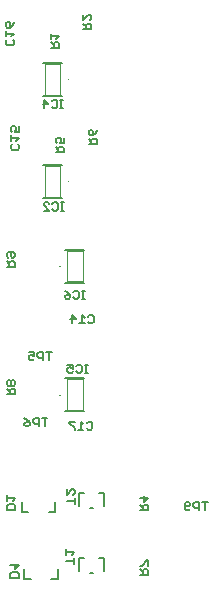
<source format=gbr>
G04 EAGLE Gerber RS-274X export*
G75*
%MOMM*%
%FSLAX34Y34*%
%LPD*%
%INSilkscreen Bottom*%
%IPPOS*%
%AMOC8*
5,1,8,0,0,1.08239X$1,22.5*%
G01*
%ADD10C,0.127000*%
%ADD11C,0.010000*%
%ADD12C,0.075000*%
%ADD13C,0.152400*%


D10*
X105327Y527303D02*
X112191Y527303D01*
X112191Y530735D01*
X111047Y531879D01*
X108759Y531879D01*
X107615Y530735D01*
X107615Y527303D01*
X107615Y529591D02*
X105327Y531879D01*
X109903Y534787D02*
X112191Y537075D01*
X105327Y537075D01*
X105327Y534787D02*
X105327Y539363D01*
D11*
X119650Y414200D02*
X119750Y414200D01*
D10*
X114750Y400000D02*
X98750Y400000D01*
X98750Y428400D02*
X114750Y428400D01*
D12*
X100250Y426900D02*
X100250Y401400D01*
X113350Y401400D01*
X113350Y426900D01*
X100250Y426900D01*
D10*
X113855Y389579D02*
X116143Y389579D01*
X114999Y389579D02*
X114999Y396443D01*
X116143Y396443D02*
X113855Y396443D01*
X107721Y396443D02*
X106577Y395299D01*
X107721Y396443D02*
X110009Y396443D01*
X111153Y395299D01*
X111153Y390723D01*
X110009Y389579D01*
X107721Y389579D01*
X106577Y390723D01*
X103669Y389579D02*
X99093Y389579D01*
X103669Y389579D02*
X99093Y394155D01*
X99093Y395299D01*
X100237Y396443D01*
X102525Y396443D01*
X103669Y395299D01*
D11*
X119650Y500560D02*
X119750Y500560D01*
D10*
X114750Y486360D02*
X98750Y486360D01*
X98750Y514760D02*
X114750Y514760D01*
D12*
X100250Y513260D02*
X100250Y487760D01*
X113350Y487760D01*
X113350Y513260D01*
X100250Y513260D01*
D10*
X113107Y476471D02*
X115395Y476471D01*
X114251Y476471D02*
X114251Y483335D01*
X115395Y483335D02*
X113107Y483335D01*
X106973Y483335D02*
X105829Y482191D01*
X106973Y483335D02*
X109261Y483335D01*
X110405Y482191D01*
X110405Y477615D01*
X109261Y476471D01*
X106973Y476471D01*
X105829Y477615D01*
X99489Y476471D02*
X99489Y483335D01*
X102921Y479903D01*
X98345Y479903D01*
D11*
X112566Y233812D02*
X112666Y233812D01*
D10*
X117566Y248012D02*
X133566Y248012D01*
X133566Y219612D02*
X117566Y219612D01*
D12*
X132066Y221112D02*
X132066Y246612D01*
X118966Y246612D01*
X118966Y221112D01*
X132066Y221112D01*
D10*
X134069Y252307D02*
X136357Y252307D01*
X135213Y252307D02*
X135213Y259171D01*
X136357Y259171D02*
X134069Y259171D01*
X127935Y259171D02*
X126791Y258027D01*
X127935Y259171D02*
X130223Y259171D01*
X131367Y258027D01*
X131367Y253451D01*
X130223Y252307D01*
X127935Y252307D01*
X126791Y253451D01*
X123883Y259171D02*
X119307Y259171D01*
X123883Y259171D02*
X123883Y255739D01*
X121595Y256883D01*
X120451Y256883D01*
X119307Y255739D01*
X119307Y253451D01*
X120451Y252307D01*
X122739Y252307D01*
X123883Y253451D01*
D11*
X112666Y342214D02*
X112566Y342214D01*
D10*
X117566Y356414D02*
X133566Y356414D01*
X133566Y328014D02*
X117566Y328014D01*
D12*
X132066Y329514D02*
X132066Y355014D01*
X118966Y355014D01*
X118966Y329514D01*
X132066Y329514D01*
D10*
X131577Y314955D02*
X133865Y314955D01*
X132721Y314955D02*
X132721Y321819D01*
X133865Y321819D02*
X131577Y321819D01*
X125443Y321819D02*
X124299Y320675D01*
X125443Y321819D02*
X127731Y321819D01*
X128875Y320675D01*
X128875Y316099D01*
X127731Y314955D01*
X125443Y314955D01*
X124299Y316099D01*
X119103Y320675D02*
X116815Y321819D01*
X119103Y320675D02*
X121391Y318387D01*
X121391Y316099D01*
X120247Y314955D01*
X117959Y314955D01*
X116815Y316099D01*
X116815Y317243D01*
X117959Y318387D01*
X121391Y318387D01*
X132371Y543273D02*
X139235Y543273D01*
X139235Y546705D01*
X138091Y547849D01*
X135803Y547849D01*
X134659Y546705D01*
X134659Y543273D01*
X134659Y545561D02*
X132371Y547849D01*
X132371Y550757D02*
X132371Y555333D01*
X132371Y550757D02*
X136947Y555333D01*
X138091Y555333D01*
X139235Y554189D01*
X139235Y551901D01*
X138091Y550757D01*
X116123Y438957D02*
X109259Y438957D01*
X116123Y438957D02*
X116123Y442389D01*
X114979Y443533D01*
X112691Y443533D01*
X111547Y442389D01*
X111547Y438957D01*
X111547Y441245D02*
X109259Y443533D01*
X116123Y446441D02*
X116123Y451017D01*
X116123Y446441D02*
X112691Y446441D01*
X113835Y448729D01*
X113835Y449873D01*
X112691Y451017D01*
X110403Y451017D01*
X109259Y449873D01*
X109259Y447585D01*
X110403Y446441D01*
X137357Y445659D02*
X144221Y445659D01*
X144221Y449091D01*
X143077Y450235D01*
X140789Y450235D01*
X139645Y449091D01*
X139645Y445659D01*
X139645Y447947D02*
X137357Y450235D01*
X143077Y455431D02*
X144221Y457719D01*
X143077Y455431D02*
X140789Y453143D01*
X138501Y453143D01*
X137357Y454287D01*
X137357Y456575D01*
X138501Y457719D01*
X139645Y457719D01*
X140789Y456575D01*
X140789Y453143D01*
X180803Y135705D02*
X187667Y135705D01*
X187667Y139137D01*
X186523Y140281D01*
X184235Y140281D01*
X183091Y139137D01*
X183091Y135705D01*
X183091Y137993D02*
X180803Y140281D01*
X180803Y146621D02*
X187667Y146621D01*
X184235Y143189D01*
X184235Y147765D01*
X180903Y81303D02*
X187767Y81303D01*
X187767Y84735D01*
X186623Y85879D01*
X184335Y85879D01*
X183191Y84735D01*
X183191Y81303D01*
X183191Y83591D02*
X180903Y85879D01*
X187767Y88787D02*
X187767Y93363D01*
X186623Y93363D01*
X182047Y88787D01*
X180903Y88787D01*
D13*
X82508Y85802D02*
X82508Y77674D01*
X88096Y77674D01*
X110956Y77674D02*
X110956Y85802D01*
X110956Y77674D02*
X105368Y77674D01*
D10*
X77907Y78571D02*
X71043Y78571D01*
X71043Y82003D01*
X72187Y83147D01*
X76763Y83147D01*
X77907Y82003D01*
X77907Y78571D01*
X77907Y89487D02*
X71043Y89487D01*
X74475Y86055D02*
X77907Y89487D01*
X74475Y90631D02*
X74475Y86055D01*
D13*
X80476Y134392D02*
X80476Y142520D01*
X80476Y134392D02*
X86064Y134392D01*
X108924Y134392D02*
X108924Y142520D01*
X108924Y134392D02*
X103336Y134392D01*
D10*
X75243Y136335D02*
X68379Y136335D01*
X68379Y139767D01*
X69523Y140911D01*
X74099Y140911D01*
X75243Y139767D01*
X75243Y136335D01*
X72955Y143819D02*
X75243Y146107D01*
X68379Y146107D01*
X68379Y143819D02*
X68379Y148395D01*
X68199Y233913D02*
X75063Y233913D01*
X75063Y237345D01*
X73919Y238489D01*
X71631Y238489D01*
X70487Y237345D01*
X70487Y233913D01*
X70487Y236201D02*
X68199Y238489D01*
X73919Y241397D02*
X75063Y242541D01*
X75063Y244829D01*
X73919Y245973D01*
X72775Y245973D01*
X71631Y244829D01*
X70487Y245973D01*
X69343Y245973D01*
X68199Y244829D01*
X68199Y242541D01*
X69343Y241397D01*
X70487Y241397D01*
X71631Y242541D01*
X72775Y241397D01*
X73919Y241397D01*
X71631Y242541D02*
X71631Y244829D01*
X74639Y342117D02*
X67775Y342117D01*
X74639Y342117D02*
X74639Y345549D01*
X73495Y346693D01*
X71207Y346693D01*
X70063Y345549D01*
X70063Y342117D01*
X70063Y344405D02*
X67775Y346693D01*
X68919Y349601D02*
X67775Y350745D01*
X67775Y353033D01*
X68919Y354177D01*
X73495Y354177D01*
X74639Y353033D01*
X74639Y350745D01*
X73495Y349601D01*
X72351Y349601D01*
X71207Y350745D01*
X71207Y354177D01*
X136807Y299715D02*
X137951Y300859D01*
X140239Y300859D01*
X141383Y299715D01*
X141383Y295139D01*
X140239Y293995D01*
X137951Y293995D01*
X136807Y295139D01*
X133899Y298571D02*
X131611Y300859D01*
X131611Y293995D01*
X133899Y293995D02*
X129323Y293995D01*
X122983Y293995D02*
X122983Y300859D01*
X126415Y297427D01*
X121839Y297427D01*
X78365Y444656D02*
X77221Y445800D01*
X78365Y444656D02*
X78365Y442369D01*
X77221Y441225D01*
X72645Y441225D01*
X71501Y442369D01*
X71501Y444656D01*
X72645Y445800D01*
X76077Y448709D02*
X78365Y450997D01*
X71501Y450997D01*
X71501Y448709D02*
X71501Y453285D01*
X78365Y456193D02*
X78365Y460769D01*
X78365Y456193D02*
X74933Y456193D01*
X76077Y458481D01*
X76077Y459625D01*
X74933Y460769D01*
X72645Y460769D01*
X71501Y459625D01*
X71501Y457337D01*
X72645Y456193D01*
X74007Y533015D02*
X72863Y534159D01*
X74007Y533015D02*
X74007Y530727D01*
X72863Y529583D01*
X68287Y529583D01*
X67143Y530727D01*
X67143Y533015D01*
X68287Y534159D01*
X71719Y537067D02*
X74007Y539355D01*
X67143Y539355D01*
X67143Y537067D02*
X67143Y541643D01*
X72863Y546839D02*
X74007Y549127D01*
X72863Y546839D02*
X70575Y544551D01*
X68287Y544551D01*
X67143Y545695D01*
X67143Y547983D01*
X68287Y549127D01*
X69431Y549127D01*
X70575Y547983D01*
X70575Y544551D01*
X136903Y210953D02*
X135759Y209809D01*
X136903Y210953D02*
X139191Y210953D01*
X140335Y209809D01*
X140335Y205233D01*
X139191Y204089D01*
X136903Y204089D01*
X135759Y205233D01*
X132851Y208665D02*
X130563Y210953D01*
X130563Y204089D01*
X132851Y204089D02*
X128275Y204089D01*
X125367Y210953D02*
X120791Y210953D01*
X120791Y209809D01*
X125367Y205233D01*
X125367Y204089D01*
X103668Y262666D02*
X103668Y269530D01*
X105956Y269530D02*
X101380Y269530D01*
X98472Y269530D02*
X98472Y262666D01*
X98472Y269530D02*
X95040Y269530D01*
X93896Y268386D01*
X93896Y266098D01*
X95040Y264954D01*
X98472Y264954D01*
X90988Y269530D02*
X86412Y269530D01*
X90988Y269530D02*
X90988Y266098D01*
X88700Y267242D01*
X87556Y267242D01*
X86412Y266098D01*
X86412Y263810D01*
X87556Y262666D01*
X89844Y262666D01*
X90988Y263810D01*
X100112Y213650D02*
X100112Y206786D01*
X102400Y213650D02*
X97824Y213650D01*
X94916Y213650D02*
X94916Y206786D01*
X94916Y213650D02*
X91484Y213650D01*
X90340Y212506D01*
X90340Y210218D01*
X91484Y209074D01*
X94916Y209074D01*
X85144Y212506D02*
X82856Y213650D01*
X85144Y212506D02*
X87432Y210218D01*
X87432Y207930D01*
X86288Y206786D01*
X84000Y206786D01*
X82856Y207930D01*
X82856Y209074D01*
X84000Y210218D01*
X87432Y210218D01*
X235748Y142530D02*
X235748Y135666D01*
X238036Y142530D02*
X233460Y142530D01*
X230552Y142530D02*
X230552Y135666D01*
X230552Y142530D02*
X227120Y142530D01*
X225976Y141386D01*
X225976Y139098D01*
X227120Y137954D01*
X230552Y137954D01*
X223068Y136810D02*
X221924Y135666D01*
X219636Y135666D01*
X218492Y136810D01*
X218492Y141386D01*
X219636Y142530D01*
X221924Y142530D01*
X223068Y141386D01*
X223068Y140242D01*
X221924Y139098D01*
X218492Y139098D01*
D13*
X129226Y139543D02*
X129226Y150501D01*
X138054Y138043D02*
X141346Y138043D01*
X150174Y139543D02*
X150174Y150501D01*
X145929Y150501D01*
X133471Y150501D02*
X129226Y150501D01*
D10*
X125563Y143751D02*
X118699Y143751D01*
X125563Y141463D02*
X125563Y146039D01*
X118699Y148947D02*
X118699Y153523D01*
X118699Y148947D02*
X123275Y153523D01*
X124419Y153523D01*
X125563Y152379D01*
X125563Y150091D01*
X124419Y148947D01*
D13*
X129226Y95129D02*
X129226Y84171D01*
X138054Y82671D02*
X141346Y82671D01*
X150174Y84171D02*
X150174Y95129D01*
X145929Y95129D01*
X133471Y95129D02*
X129226Y95129D01*
D10*
X125055Y92951D02*
X118191Y92951D01*
X125055Y90663D02*
X125055Y95239D01*
X122767Y98147D02*
X125055Y100435D01*
X118191Y100435D01*
X118191Y98147D02*
X118191Y102723D01*
M02*

</source>
